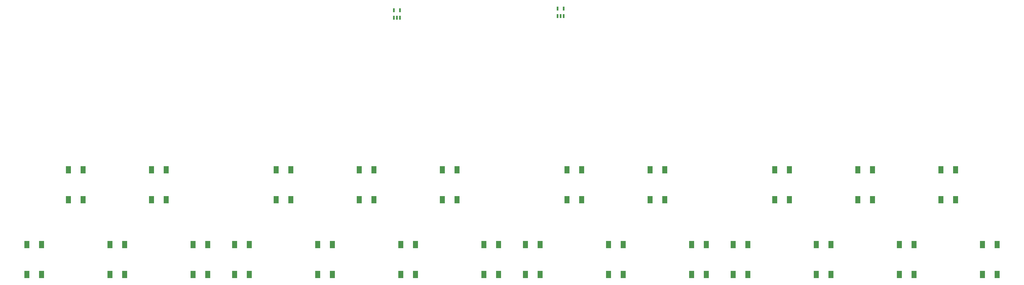
<source format=gtp>
G04 Layer: TopPasteMaskLayer*
G04 EasyEDA v6.5.40, 2024-07-25 19:00:12*
G04 cb6e2e9fbd21486d88ae5690d2d3dc00,10*
G04 Gerber Generator version 0.2*
G04 Scale: 100 percent, Rotated: No, Reflected: No *
G04 Dimensions in millimeters *
G04 leading zeros omitted , absolute positions ,4 integer and 5 decimal *
%FSLAX45Y45*%
%MOMM*%

%ADD10R,0.4900X1.1570*%
%ADD11R,0.4900X1.1750*%
%ADD12R,1.5000X2.3000*%

%LPD*%
D10*
G01*
X16757904Y5917133D03*
G01*
X16852900Y5917133D03*
G01*
X16947895Y5917133D03*
D11*
G01*
X16947895Y6147866D03*
G01*
X16757904Y6147866D03*
D10*
G01*
X11754104Y5866333D03*
G01*
X11849100Y5866333D03*
G01*
X11944095Y5866333D03*
D11*
G01*
X11944095Y6097066D03*
G01*
X11754104Y6097066D03*
D12*
G01*
X9877018Y-1069009D03*
G01*
X9876993Y-1978990D03*
G01*
X9427006Y-1069009D03*
G01*
X9427006Y-1978990D03*
G01*
X11147018Y1216990D03*
G01*
X11146993Y307009D03*
G01*
X10697006Y1216990D03*
G01*
X10697006Y307009D03*
G01*
X12417018Y-1069009D03*
G01*
X12416993Y-1978990D03*
G01*
X11967006Y-1069009D03*
G01*
X11967006Y-1978990D03*
G01*
X13687018Y1216990D03*
G01*
X13686993Y307009D03*
G01*
X13237006Y1216990D03*
G01*
X13237006Y307009D03*
G01*
X14957018Y-1069009D03*
G01*
X14956993Y-1978990D03*
G01*
X14507006Y-1069009D03*
G01*
X14507006Y-1978990D03*
G01*
X16227018Y-1069009D03*
G01*
X16226993Y-1978990D03*
G01*
X15777006Y-1069009D03*
G01*
X15777006Y-1978990D03*
G01*
X17497018Y1216990D03*
G01*
X17496993Y307009D03*
G01*
X17047006Y1216990D03*
G01*
X17047006Y307009D03*
G01*
X18767018Y-1069009D03*
G01*
X18766993Y-1978990D03*
G01*
X18317006Y-1069009D03*
G01*
X18317006Y-1978990D03*
G01*
X20037018Y1216990D03*
G01*
X20036993Y307009D03*
G01*
X19587006Y1216990D03*
G01*
X19587006Y307009D03*
G01*
X21307018Y-1069009D03*
G01*
X21306993Y-1978990D03*
G01*
X20857006Y-1069009D03*
G01*
X20857006Y-1978990D03*
G01*
X22577018Y-1069009D03*
G01*
X22576993Y-1978990D03*
G01*
X22127006Y-1069009D03*
G01*
X22127006Y-1978990D03*
G01*
X23847018Y1216990D03*
G01*
X23846993Y307009D03*
G01*
X23397006Y1216990D03*
G01*
X23397006Y307009D03*
G01*
X25117018Y-1069009D03*
G01*
X25116993Y-1978990D03*
G01*
X24667006Y-1069009D03*
G01*
X24667006Y-1978990D03*
G01*
X26387018Y1216990D03*
G01*
X26386993Y307009D03*
G01*
X25937006Y1216990D03*
G01*
X25937006Y307009D03*
G01*
X27657018Y-1069009D03*
G01*
X27656993Y-1978990D03*
G01*
X27207006Y-1069009D03*
G01*
X27207006Y-1978990D03*
G01*
X28927018Y1216990D03*
G01*
X28926993Y307009D03*
G01*
X28477006Y1216990D03*
G01*
X28477006Y307009D03*
G01*
X30197018Y-1069009D03*
G01*
X30196993Y-1978990D03*
G01*
X29747006Y-1069009D03*
G01*
X29747006Y-1978990D03*
G01*
X987018Y-1069009D03*
G01*
X986993Y-1978990D03*
G01*
X537006Y-1069009D03*
G01*
X537006Y-1978990D03*
G01*
X2257018Y1216990D03*
G01*
X2256993Y307009D03*
G01*
X1807006Y1216990D03*
G01*
X1807006Y307009D03*
G01*
X3527018Y-1069009D03*
G01*
X3526993Y-1978990D03*
G01*
X3076981Y-1069009D03*
G01*
X3076981Y-1978990D03*
G01*
X4797018Y1216990D03*
G01*
X4796993Y307009D03*
G01*
X4346981Y1216990D03*
G01*
X4346981Y307009D03*
G01*
X6067018Y-1069009D03*
G01*
X6066993Y-1978990D03*
G01*
X5617006Y-1069009D03*
G01*
X5617006Y-1978990D03*
G01*
X7337018Y-1069009D03*
G01*
X7336993Y-1978990D03*
G01*
X6887006Y-1069009D03*
G01*
X6887006Y-1978990D03*
G01*
X8607018Y1216990D03*
G01*
X8606993Y307009D03*
G01*
X8157006Y1216990D03*
G01*
X8157006Y307009D03*
M02*

</source>
